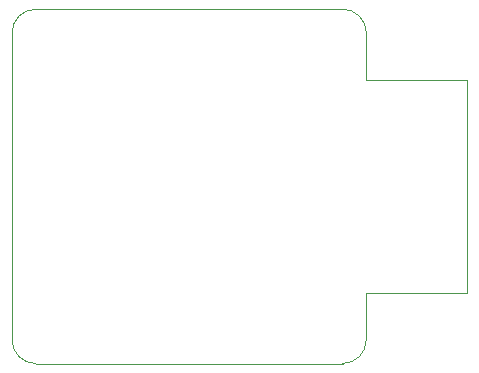
<source format=gbr>
%TF.GenerationSoftware,KiCad,Pcbnew,(6.0.2-0)*%
%TF.CreationDate,2022-03-06T07:34:14+00:00*%
%TF.ProjectId,L86,4c38362e-6b69-4636-9164-5f7063625858,rev?*%
%TF.SameCoordinates,Original*%
%TF.FileFunction,Profile,NP*%
%FSLAX46Y46*%
G04 Gerber Fmt 4.6, Leading zero omitted, Abs format (unit mm)*
G04 Created by KiCad (PCBNEW (6.0.2-0)) date 2022-03-06 07:34:14*
%MOMM*%
%LPD*%
G01*
G04 APERTURE LIST*
%TA.AperFunction,Profile*%
%ADD10C,0.100000*%
%TD*%
G04 APERTURE END LIST*
D10*
X115000000Y-109000000D02*
X115000000Y-113000000D01*
X113000000Y-115000000D02*
G75*
G03*
X115000000Y-113000000I1J1999999D01*
G01*
X87000000Y-85000000D02*
X113000000Y-85000000D01*
X115000000Y-91000000D02*
X123500000Y-91000000D01*
X123500000Y-109000000D02*
X115000000Y-109000000D01*
X85000000Y-113000000D02*
G75*
G03*
X87000000Y-115000000I1999999J-1D01*
G01*
X113000000Y-115000000D02*
X87000000Y-115000000D01*
X115000000Y-87000000D02*
X115000000Y-91000000D01*
X115000000Y-87000000D02*
G75*
G03*
X113000000Y-85000000I-1999999J1D01*
G01*
X87000000Y-85000000D02*
G75*
G03*
X85000000Y-87000000I-1J-1999999D01*
G01*
X85000000Y-113000000D02*
X85000000Y-87000000D01*
X123500000Y-91000000D02*
X123500000Y-109000000D01*
M02*

</source>
